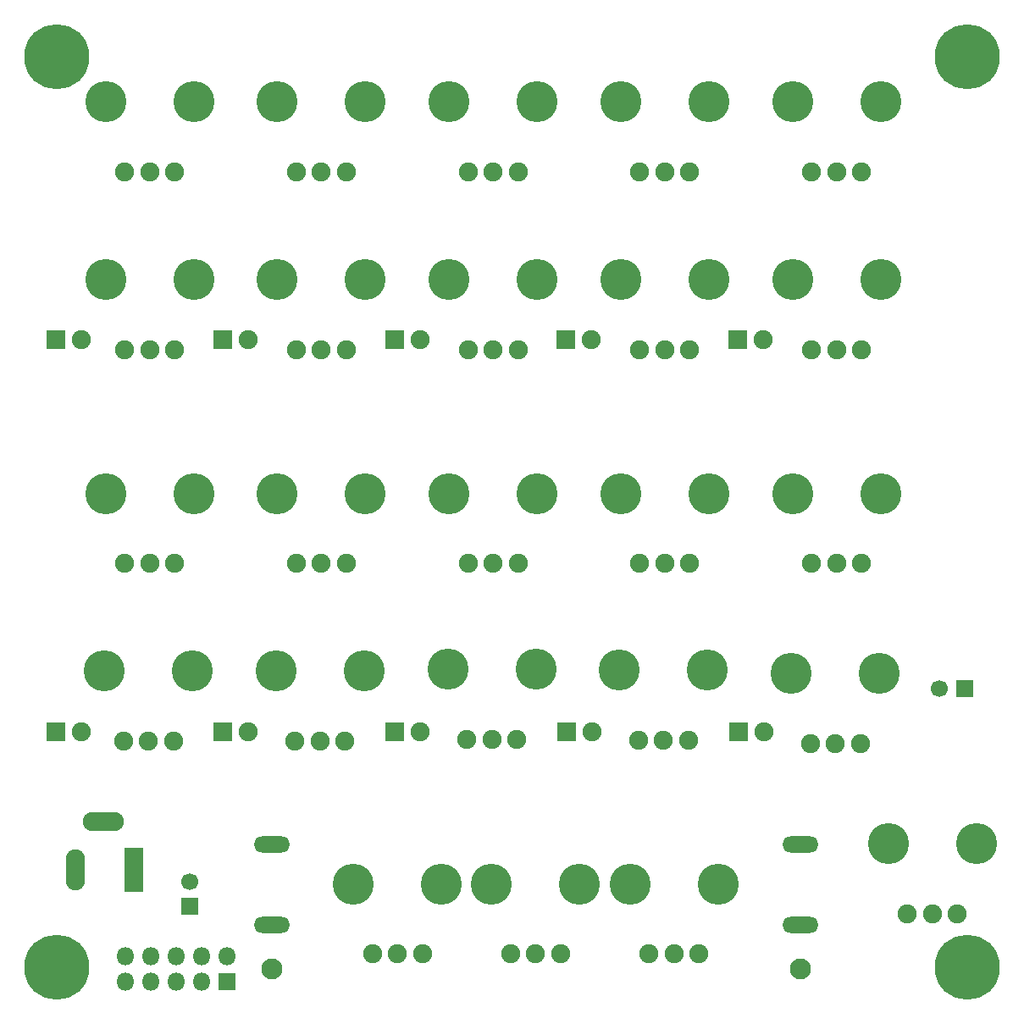
<source format=gbr>
%TF.GenerationSoftware,KiCad,Pcbnew,(5.1.6)-1*%
%TF.CreationDate,2020-10-05T18:02:00+02:00*%
%TF.ProjectId,KOSMO Mega Drone,4b4f534d-4f20-44d6-9567-612044726f6e,rev?*%
%TF.SameCoordinates,Original*%
%TF.FileFunction,Soldermask,Bot*%
%TF.FilePolarity,Negative*%
%FSLAX46Y46*%
G04 Gerber Fmt 4.6, Leading zero omitted, Abs format (unit mm)*
G04 Created by KiCad (PCBNEW (5.1.6)-1) date 2020-10-05 18:02:00*
%MOMM*%
%LPD*%
G01*
G04 APERTURE LIST*
%ADD10C,2.100000*%
%ADD11O,3.600000X1.624000*%
%ADD12R,1.900000X4.500000*%
%ADD13O,1.900000X4.100000*%
%ADD14O,4.100000X1.900000*%
%ADD15C,6.500000*%
%ADD16C,0.900000*%
%ADD17C,4.100000*%
%ADD18C,1.900000*%
%ADD19O,1.800000X1.800000*%
%ADD20R,1.800000X1.800000*%
%ADD21R,1.900000X1.900000*%
%ADD22C,1.700000*%
%ADD23R,1.700000X1.700000*%
G04 APERTURE END LIST*
D10*
%TO.C,J3*%
X138328400Y-113207800D03*
D11*
X138328400Y-108762800D03*
X138328400Y-100761800D03*
%TD*%
D10*
%TO.C,J1*%
X85496400Y-113207800D03*
D11*
X85496400Y-108762800D03*
X85496400Y-100761800D03*
%TD*%
D12*
%TO.C,J4*%
X71678800Y-103276400D03*
D13*
X65878800Y-103276400D03*
D14*
X68678800Y-98476400D03*
%TD*%
D15*
%TO.C,REF\u002A\u002A*%
X64000000Y-113000000D03*
D16*
X66400000Y-113000000D03*
X65697056Y-114697056D03*
X64000000Y-115400000D03*
X62302944Y-114697056D03*
X61600000Y-113000000D03*
X62302944Y-111302944D03*
X64000000Y-110600000D03*
X65697056Y-111302944D03*
%TD*%
%TO.C,REF\u002A\u002A*%
X156697056Y-111302944D03*
X155000000Y-110600000D03*
X153302944Y-111302944D03*
X152600000Y-113000000D03*
X153302944Y-114697056D03*
X155000000Y-115400000D03*
X156697056Y-114697056D03*
X157400000Y-113000000D03*
D15*
X155000000Y-113000000D03*
%TD*%
%TO.C,REF\u002A\u002A*%
X155000000Y-22000000D03*
D16*
X157400000Y-22000000D03*
X156697056Y-23697056D03*
X155000000Y-24400000D03*
X153302944Y-23697056D03*
X152600000Y-22000000D03*
X153302944Y-20302944D03*
X155000000Y-19600000D03*
X156697056Y-20302944D03*
%TD*%
%TO.C,REF\u002A\u002A*%
X65697056Y-20302944D03*
X64000000Y-19600000D03*
X62302944Y-20302944D03*
X61600000Y-22000000D03*
X62302944Y-23697056D03*
X64000000Y-24400000D03*
X65697056Y-23697056D03*
X66400000Y-22000000D03*
D15*
X64000000Y-22000000D03*
%TD*%
D17*
%TO.C,RV24*%
X155925600Y-100670600D03*
X147125600Y-100670600D03*
D18*
X154025600Y-107670600D03*
X151525600Y-107670600D03*
X149025600Y-107670600D03*
%TD*%
D17*
%TO.C,RV23*%
X130068400Y-104683800D03*
X121268400Y-104683800D03*
D18*
X128168400Y-111683800D03*
X125668400Y-111683800D03*
X123168400Y-111683800D03*
%TD*%
D17*
%TO.C,RV22*%
X116250800Y-104683800D03*
X107450800Y-104683800D03*
D18*
X114350800Y-111683800D03*
X111850800Y-111683800D03*
X109350800Y-111683800D03*
%TD*%
D17*
%TO.C,RV21*%
X102433200Y-104683800D03*
X93633200Y-104683800D03*
D18*
X100533200Y-111683800D03*
X98033200Y-111683800D03*
X95533200Y-111683800D03*
%TD*%
D17*
%TO.C,RV20*%
X146197400Y-83647900D03*
X137397400Y-83647900D03*
D18*
X144297400Y-90647900D03*
X141797400Y-90647900D03*
X139297400Y-90647900D03*
%TD*%
D17*
%TO.C,RV19*%
X129033825Y-83317700D03*
X120233825Y-83317700D03*
D18*
X127133825Y-90317700D03*
X124633825Y-90317700D03*
X122133825Y-90317700D03*
%TD*%
D17*
%TO.C,RV18*%
X111870250Y-83216100D03*
X103070250Y-83216100D03*
D18*
X109970250Y-90216100D03*
X107470250Y-90216100D03*
X104970250Y-90216100D03*
%TD*%
D17*
%TO.C,RV17*%
X94706675Y-83419300D03*
X85906675Y-83419300D03*
D18*
X92806675Y-90419300D03*
X90306675Y-90419300D03*
X87806675Y-90419300D03*
%TD*%
D17*
%TO.C,RV16*%
X77543100Y-83419300D03*
X68743100Y-83419300D03*
D18*
X75643100Y-90419300D03*
X73143100Y-90419300D03*
X70643100Y-90419300D03*
%TD*%
D17*
%TO.C,RV15*%
X146324400Y-65664100D03*
X137524400Y-65664100D03*
D18*
X144424400Y-72664100D03*
X141924400Y-72664100D03*
X139424400Y-72664100D03*
%TD*%
D17*
%TO.C,RV14*%
X129160825Y-65664100D03*
X120360825Y-65664100D03*
D18*
X127260825Y-72664100D03*
X124760825Y-72664100D03*
X122260825Y-72664100D03*
%TD*%
D17*
%TO.C,RV13*%
X111997250Y-65664100D03*
X103197250Y-65664100D03*
D18*
X110097250Y-72664100D03*
X107597250Y-72664100D03*
X105097250Y-72664100D03*
%TD*%
D17*
%TO.C,RV12*%
X94833675Y-65664100D03*
X86033675Y-65664100D03*
D18*
X92933675Y-72664100D03*
X90433675Y-72664100D03*
X87933675Y-72664100D03*
%TD*%
D17*
%TO.C,RV11*%
X77670100Y-65664100D03*
X68870100Y-65664100D03*
D18*
X75770100Y-72664100D03*
X73270100Y-72664100D03*
X70770100Y-72664100D03*
%TD*%
D17*
%TO.C,RV10*%
X146324400Y-44272500D03*
X137524400Y-44272500D03*
D18*
X144424400Y-51272500D03*
X141924400Y-51272500D03*
X139424400Y-51272500D03*
%TD*%
D17*
%TO.C,RV9*%
X129160825Y-44272500D03*
X120360825Y-44272500D03*
D18*
X127260825Y-51272500D03*
X124760825Y-51272500D03*
X122260825Y-51272500D03*
%TD*%
D17*
%TO.C,RV8*%
X111997250Y-44272500D03*
X103197250Y-44272500D03*
D18*
X110097250Y-51272500D03*
X107597250Y-51272500D03*
X105097250Y-51272500D03*
%TD*%
D17*
%TO.C,RV7*%
X94833675Y-44272500D03*
X86033675Y-44272500D03*
D18*
X92933675Y-51272500D03*
X90433675Y-51272500D03*
X87933675Y-51272500D03*
%TD*%
D17*
%TO.C,RV6*%
X77670100Y-44272500D03*
X68870100Y-44272500D03*
D18*
X75770100Y-51272500D03*
X73270100Y-51272500D03*
X70770100Y-51272500D03*
%TD*%
D17*
%TO.C,RV5*%
X146324400Y-26528000D03*
X137524400Y-26528000D03*
D18*
X144424400Y-33528000D03*
X141924400Y-33528000D03*
X139424400Y-33528000D03*
%TD*%
D17*
%TO.C,RV4*%
X129160825Y-26528000D03*
X120360825Y-26528000D03*
D18*
X127260825Y-33528000D03*
X124760825Y-33528000D03*
X122260825Y-33528000D03*
%TD*%
D17*
%TO.C,RV3*%
X111997250Y-26528000D03*
X103197250Y-26528000D03*
D18*
X110097250Y-33528000D03*
X107597250Y-33528000D03*
X105097250Y-33528000D03*
%TD*%
D17*
%TO.C,RV2*%
X94833675Y-26528000D03*
X86033675Y-26528000D03*
D18*
X92933675Y-33528000D03*
X90433675Y-33528000D03*
X87933675Y-33528000D03*
%TD*%
D17*
%TO.C,RV1*%
X77670100Y-26528000D03*
X68870100Y-26528000D03*
D18*
X75770100Y-33528000D03*
X73270100Y-33528000D03*
X70770100Y-33528000D03*
%TD*%
D19*
%TO.C,J2*%
X70840000Y-111887000D03*
X70840000Y-114427000D03*
X73380000Y-111887000D03*
X73380000Y-114427000D03*
X75920000Y-111887000D03*
X75920000Y-114427000D03*
X78460000Y-111887000D03*
X78460000Y-114427000D03*
X81000000Y-111887000D03*
D20*
X81000000Y-114427000D03*
%TD*%
D18*
%TO.C,D15*%
X134645400Y-89458800D03*
D21*
X132105400Y-89458800D03*
%TD*%
D18*
%TO.C,D14*%
X117475000Y-89458800D03*
D21*
X114935000Y-89458800D03*
%TD*%
D18*
%TO.C,D13*%
X100304600Y-89458800D03*
D21*
X97764600Y-89458800D03*
%TD*%
D18*
%TO.C,D12*%
X83134200Y-89458800D03*
D21*
X80594200Y-89458800D03*
%TD*%
D18*
%TO.C,D11*%
X66433700Y-89458800D03*
D21*
X63893700Y-89458800D03*
%TD*%
D18*
%TO.C,D5*%
X134620000Y-50241200D03*
D21*
X132080000Y-50241200D03*
%TD*%
D18*
%TO.C,D4*%
X117449600Y-50253900D03*
D21*
X114909600Y-50253900D03*
%TD*%
D18*
%TO.C,D3*%
X100279200Y-50253900D03*
D21*
X97739200Y-50253900D03*
%TD*%
D18*
%TO.C,D2*%
X83108800Y-50253900D03*
D21*
X80568800Y-50253900D03*
%TD*%
D18*
%TO.C,D1*%
X66408300Y-50253900D03*
D21*
X63868300Y-50253900D03*
%TD*%
D22*
%TO.C,C14*%
X152211400Y-85140800D03*
D23*
X154711400Y-85140800D03*
%TD*%
D22*
%TO.C,C12*%
X77279500Y-104446700D03*
D23*
X77279500Y-106946700D03*
%TD*%
M02*

</source>
